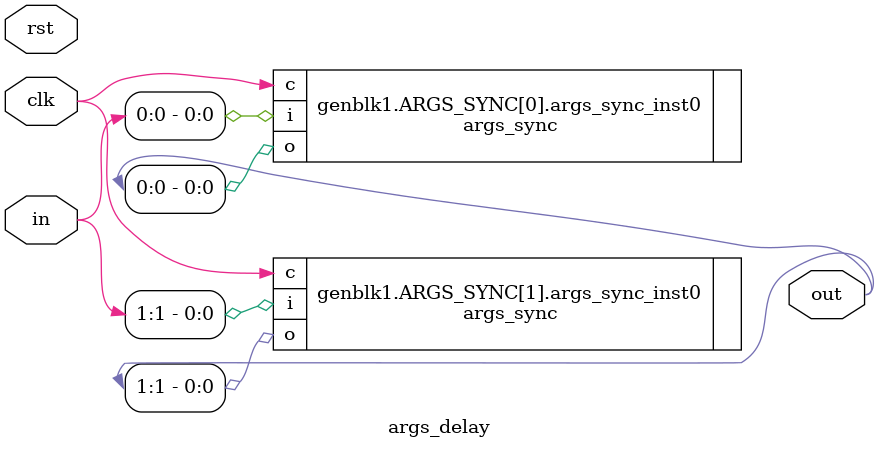
<source format=v>
/********************************************************************************
// @project       Object Detection & Tracking Uint(ODTU)
// @filename      args_delay.v
// @author        3book
// @description   
// @created       2019-11-16T17:21:37.390Z+08:00
// @copyright     Copyright (c) 2019 
// @last-modified 2020-03-31T22:18:52.886Z+08:00
*******************************************************************************/

`timescale 1ns/100ps
module args_delay #(
parameter TYPE  = "DRAM",//ram type
parameter WIDTH = 2   ,//data width
parameter DELAY = 1    //Number of delay
)(
input               clk,//clock
input               rst,//reset
input   [WIDTH-1:0] in,//input data
output  [WIDTH-1:0] out//output data
);
genvar i;
generate
    if(TYPE=="DRAM")begin
        for (i = 0; i<WIDTH; i=i+1) begin:ARGS_SYNC
        args_sync #(
        .N      (DELAY      )
        )args_sync_inst0(
        .c      (clk    ),
        .i      (in[i]  ),
        .o      (out[i] )
        );
        end
    end

    if(TYPE=="BRAM")begin
    localparam DEPTH = (2**$clog2(DELAY)>512) ? 2**$clog2(DELAY) : 512;
    reg                   rden;
    reg  [$clog2(DEPTH)-1:0] raddr='b0;
    reg  [$clog2(DEPTH)-1:0] waddr='b0;
    always @(posedge clk ) begin
        if(rst==1'b1)begin
            waddr <= 'b0;
        end else begin
            waddr <= waddr + 1'b1;
        end
    end
    always @(posedge clk ) begin
        if(rst==1'b1)begin
            raddr <= 'b0;
        end else if(rden==1'b1) begin
            raddr <= raddr + 1'b1;
        end else;
    end
    always @(posedge clk ) begin
        if(rst==1'b1)begin
            rden <= 1'b0;
        end else if(waddr==DELAY-2)begin
            rden <= 1'b1;
        end else;
    end
    sync_bram_sdp #(
    .WIDTH                  (WIDTH                  ),
    .DEPTH                  (DEPTH                  ),
    .BRAM_SIZE              ("18Kb"                 ),
    .DEVICE                 ("7SERIES"              ),
    .DO_REG                 (0                      ),
    .INIT_FILE              ("NONE"                 ),
    .SIM_COLLISION_CHECK    ("ALL"                  ),
    .SRVAL                  (72'h000000000000000000 ),
    .INIT                   (72'h000000000000000000 ),
    .WRITE_MODE             ("WRITE_FIRST"          )
    )sync_bram_sdp_inst(
    .clk                    (clk                    ),
    .rst                    (rst                    ),
    .rddata                 (out                    ),
    .rdaddr                 (raddr                  ),
    .rden                   (rden                   ),
    .wren                   (1'b1                   ),
    .wraddr                 (waddr                  ),
    .wrdata                 (in                     )
    );
    end
endgenerate
endmodule
</source>
